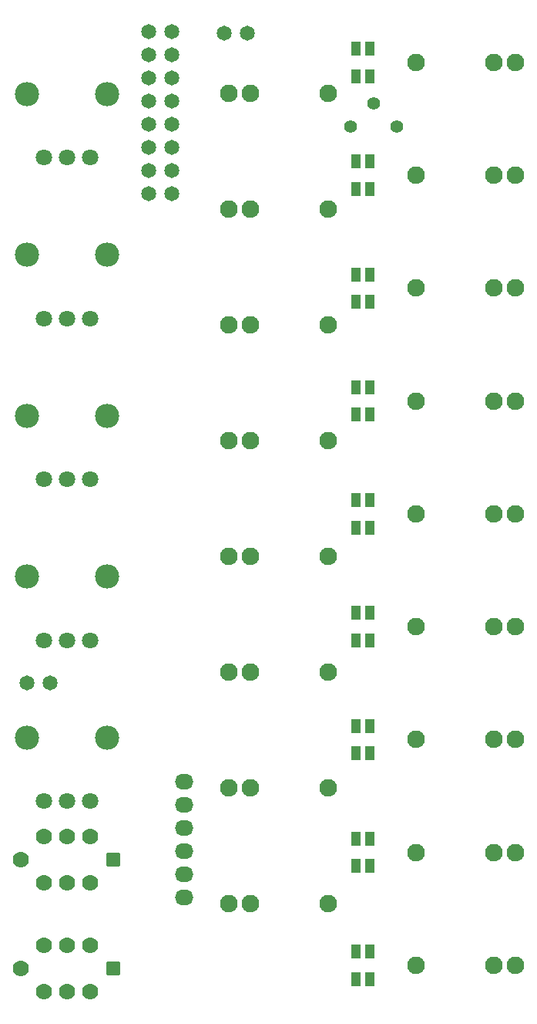
<source format=gbs>
G04 #@! TF.GenerationSoftware,KiCad,Pcbnew,(6.0.5-0)*
G04 #@! TF.CreationDate,2022-05-16T13:08:36-07:00*
G04 #@! TF.ProjectId,SCMplus,53434d70-6c75-4732-9e6b-696361645f70,rev?*
G04 #@! TF.SameCoordinates,PX85b6780PY82ed558*
G04 #@! TF.FileFunction,Soldermask,Bot*
G04 #@! TF.FilePolarity,Negative*
%FSLAX46Y46*%
G04 Gerber Fmt 4.6, Leading zero omitted, Abs format (unit mm)*
G04 Created by KiCad (PCBNEW (6.0.5-0)) date 2022-05-16 13:08:36*
%MOMM*%
%LPD*%
G01*
G04 APERTURE LIST*
G04 Aperture macros list*
%AMRoundRect*
0 Rectangle with rounded corners*
0 $1 Rounding radius*
0 $2 $3 $4 $5 $6 $7 $8 $9 X,Y pos of 4 corners*
0 Add a 4 corners polygon primitive as box body*
4,1,4,$2,$3,$4,$5,$6,$7,$8,$9,$2,$3,0*
0 Add four circle primitives for the rounded corners*
1,1,$1+$1,$2,$3*
1,1,$1+$1,$4,$5*
1,1,$1+$1,$6,$7*
1,1,$1+$1,$8,$9*
0 Add four rect primitives between the rounded corners*
20,1,$1+$1,$2,$3,$4,$5,0*
20,1,$1+$1,$4,$5,$6,$7,0*
20,1,$1+$1,$6,$7,$8,$9,0*
20,1,$1+$1,$8,$9,$2,$3,0*%
G04 Aperture macros list end*
%ADD10C,1.651000*%
%ADD11C,1.397000*%
%ADD12O,2.032000X1.727200*%
%ADD13C,1.930400*%
%ADD14C,1.778000*%
%ADD15RoundRect,0.127000X-0.635000X-0.635000X0.635000X-0.635000X0.635000X0.635000X-0.635000X0.635000X0*%
%ADD16C,1.803400*%
%ADD17C,2.667000*%
%ADD18R,1.100000X1.500000*%
G04 APERTURE END LIST*
D10*
X-115457448Y46501280D03*
X-117997448Y46501280D03*
X-104658000Y117977000D03*
X-102118000Y117977000D03*
X-104658000Y115437000D03*
X-102118000Y115437000D03*
X-104658000Y112897000D03*
X-102118000Y112897000D03*
X-104658000Y110357000D03*
X-102118000Y110357000D03*
X-104658000Y107817000D03*
X-102118000Y107817000D03*
X-104658000Y105277000D03*
X-102118000Y105277000D03*
X-104658000Y102737000D03*
X-102118000Y102737000D03*
X-104658000Y100197000D03*
X-102118000Y100197000D03*
D11*
X-82468000Y107537000D03*
X-79928000Y110077000D03*
X-77388000Y107537000D03*
D12*
X-100748000Y35687000D03*
X-100748000Y33147000D03*
X-100748000Y30607000D03*
X-100748000Y28067000D03*
X-100748000Y25527000D03*
X-100748000Y22987000D03*
D10*
X-93838000Y117787000D03*
X-96378000Y117787000D03*
D13*
X-75297000Y102236500D03*
X-64324200Y102236500D03*
X-66737200Y102236500D03*
D14*
X-111060200Y24614100D03*
X-113600200Y24614100D03*
X-116140200Y24614100D03*
X-111060200Y29694100D03*
X-113600200Y29694100D03*
X-116140200Y29694100D03*
D15*
X-108520200Y27154100D03*
D14*
X-118680200Y27154100D03*
D13*
X-84898200Y111177300D03*
X-95871000Y111177300D03*
X-93458000Y111177300D03*
X-84898200Y85777300D03*
X-95871000Y85777300D03*
X-93458000Y85777300D03*
D16*
X-111060363Y68859057D03*
X-113600363Y68859057D03*
X-116140363Y68859057D03*
D17*
X-109206163Y75869457D03*
X-117994563Y75869457D03*
D18*
X-81830580Y29441500D03*
X-81830580Y26441500D03*
X-80330580Y26441500D03*
X-80330580Y29441500D03*
D13*
X-75297000Y89854000D03*
X-64324200Y89854000D03*
X-66737200Y89854000D03*
X-75297000Y77471500D03*
X-64324200Y77471500D03*
X-66737200Y77471500D03*
D16*
X-111060363Y86512057D03*
X-113600363Y86512057D03*
X-116140363Y86512057D03*
D17*
X-109206163Y93522457D03*
X-117994563Y93522457D03*
D16*
X-111060363Y33553057D03*
X-113600363Y33553057D03*
X-116140363Y33553057D03*
D17*
X-109206163Y40563457D03*
X-117994563Y40563457D03*
D13*
X-75297000Y15559000D03*
X-64324200Y15559000D03*
X-66737200Y15559000D03*
X-84898200Y47677300D03*
X-95871000Y47677300D03*
X-93458000Y47677300D03*
X-84898200Y22277300D03*
X-95871000Y22277300D03*
X-93458000Y22277300D03*
D14*
X-111060200Y12676100D03*
X-113600200Y12676100D03*
X-116140200Y12676100D03*
X-111060200Y17756100D03*
X-113600200Y17756100D03*
X-116140200Y17756100D03*
D15*
X-108520200Y15216100D03*
D14*
X-118680200Y15216100D03*
D13*
X-75297000Y114619000D03*
X-64324200Y114619000D03*
X-66737200Y114619000D03*
X-84898200Y60377300D03*
X-95871000Y60377300D03*
X-93458000Y60377300D03*
X-75297000Y27941500D03*
X-64324200Y27941500D03*
X-66737200Y27941500D03*
X-75297000Y52706500D03*
X-64324200Y52706500D03*
X-66737200Y52706500D03*
X-84898200Y73077300D03*
X-95871000Y73077300D03*
X-93458000Y73077300D03*
X-84898200Y34977300D03*
X-95871000Y34977300D03*
X-93458000Y34977300D03*
D18*
X-81830580Y78971500D03*
X-81830580Y75971500D03*
X-80330580Y75971500D03*
X-80330580Y78971500D03*
D16*
X-111060363Y51206057D03*
X-113600363Y51206057D03*
X-116140363Y51206057D03*
D17*
X-109206163Y58216457D03*
X-117994563Y58216457D03*
D18*
X-81830580Y116119000D03*
X-81830580Y113119000D03*
X-80330580Y113119000D03*
X-80330580Y116119000D03*
D16*
X-111060363Y104165057D03*
X-113600363Y104165057D03*
X-116140363Y104165057D03*
D17*
X-109206163Y111175457D03*
X-117994563Y111175457D03*
D18*
X-81830580Y91354000D03*
X-81830580Y88354000D03*
X-80330580Y88354000D03*
X-80330580Y91354000D03*
X-81830580Y54206500D03*
X-81830580Y51206500D03*
X-80330580Y51206500D03*
X-80330580Y54206500D03*
D13*
X-75297000Y40324000D03*
X-64324200Y40324000D03*
X-66737200Y40324000D03*
D18*
X-81830580Y103736500D03*
X-81830580Y100736500D03*
X-80330580Y100736500D03*
X-80330580Y103736500D03*
X-80330580Y63589000D03*
X-80330580Y66589000D03*
X-81830580Y66589000D03*
X-81830580Y63589000D03*
X-81830580Y41824000D03*
X-81830580Y38824000D03*
X-80330580Y38824000D03*
X-80330580Y41824000D03*
D13*
X-75297000Y65089000D03*
X-64324200Y65089000D03*
X-66737200Y65089000D03*
X-84898200Y98477300D03*
X-95871000Y98477300D03*
X-93458000Y98477300D03*
D18*
X-80330580Y14059000D03*
X-80330580Y17059000D03*
X-81830580Y17059000D03*
X-81830580Y14059000D03*
M02*

</source>
